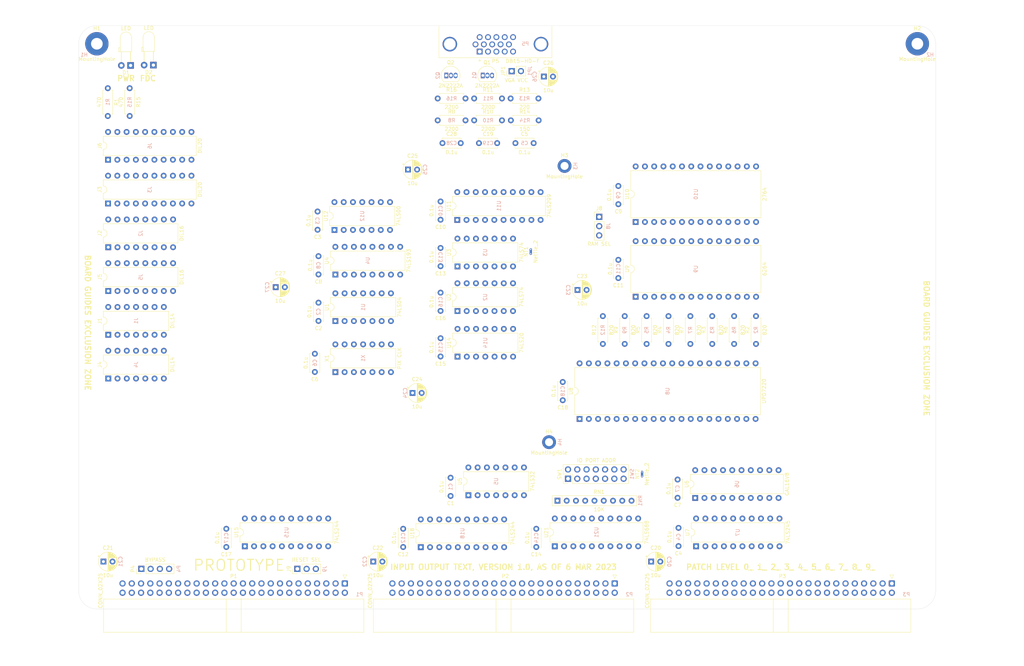
<source format=kicad_pcb>
(kicad_pcb (version 20211014) (generator pcbnew)
  (layers (0 "F.Cu" signal) (31 "B.Cu" signal) (34 "B.Paste" user) (35 "F.Paste" user) (36 "B.SilkS" user "B.Silkscreen") (37 "F.SilkS" user "F.Silkscreen") (38 "B.Mask" user) (39 "F.Mask" user) (44 "Edge.Cuts" user))
  (net 0 "")
  (net 1 "GND")
  (net 2 "VCC")
  (net 3 "Net-(D2-Pad1)")
  (net 4 "Net-(D2-Pad2)")
  (net 5 "/GDC-Text/AD11")
  (net 6 "Net-(RN1-Pad9)")
  (net 7 "Net-(RN1-Pad5)")
  (net 8 "Net-(RN1-Pad4)")
  (net 9 "Net-(RN1-Pad3)")
  (net 10 "Net-(RN1-Pad2)")
  (net 11 "Net-(D1-Pad2)")
  (net 12 "-12V")
  (net 13 "Net-(J8-Pad2)")
  (net 14 "/GDC-Text/~{WE_RAM}")
  (net 15 "/GDC-Text/VCC_VGA")
  (net 16 "/bus/~{INT0}")
  (net 17 "/bus/~{EIRQ7}")
  (net 18 "/bus/~{EIRQ6}")
  (net 19 "/bus/~{EIRQ5}")
  (net 20 "/bus/~{EIRQ4}")
  (net 21 "/bus/~{EIRQ3}")
  (net 22 "~{M1}")
  (net 23 "~{IORQ}")
  (net 24 "~{WR}")
  (net 25 "~{RD}")
  (net 26 "A0")
  (net 27 "A1")
  (net 28 "A2")
  (net 29 "A3")
  (net 30 "A4")
  (net 31 "A5")
  (net 32 "A6")
  (net 33 "A7")
  (net 34 "+12V")
  (net 35 "D0")
  (net 36 "D1")
  (net 37 "D2")
  (net 38 "D3")
  (net 39 "D4")
  (net 40 "D5")
  (net 41 "D6")
  (net 42 "D7")
  (net 43 "ONE")
  (net 44 "ZERO")
  (net 45 "bD6")
  (net 46 "bD5")
  (net 47 "bD4")
  (net 48 "bD3")
  (net 49 "bD2")
  (net 50 "bD1")
  (net 51 "bD0")
  (net 52 "~{bWR}")
  (net 53 "~{bRD}")
  (net 54 "bA0")
  (net 55 "bD7")
  (net 56 "~{bM1}")
  (net 57 "bA7")
  (net 58 "bA6")
  (net 59 "bA5")
  (net 60 "bA4")
  (net 61 "~{bIORQ}")
  (net 62 "bA1")
  (net 63 "bA2")
  (net 64 "bA3")
  (net 165 "/bus/D15")
  (net 166 "/bus/D31")
  (net 167 "/bus/D14")
  (net 168 "/bus/D30")
  (net 169 "/bus/D13")
  (net 170 "/bus/D29")
  (net 171 "/bus/D12")
  (net 172 "/bus/D28")
  (net 173 "/bus/D11")
  (net 174 "/bus/D27")
  (net 175 "/bus/D10")
  (net 176 "/bus/D26")
  (net 177 "/bus/D9")
  (net 178 "/bus/D25")
  (net 179 "/bus/D8")
  (net 180 "/bus/D24")
  (net 181 "/bus/D23")
  (net 182 "/bus/D22")
  (net 183 "/bus/D21")
  (net 184 "/bus/D20")
  (net 185 "/bus/D19")
  (net 186 "/bus/D18")
  (net 187 "/bus/D17")
  (net 188 "/bus/D16")
  (net 189 "/bus/~{BUSERR}")
  (net 190 "/bus/UDS")
  (net 191 "/bus/~{VPA}")
  (net 192 "/bus/LDS")
  (net 193 "/bus/~{VMA}")
  (net 194 "/bus/S2")
  (net 195 "/bus/~{BHE}")
  (net 196 "/bus/S1")
  (net 197 "/bus/IPL2")
  (net 198 "/bus/S0")
  (net 199 "/bus/IPL1")
  (net 200 "/bus/AUXCLK3")
  (net 201 "/bus/IPL0")
  (net 202 "/bus/AUXCLK2")
  (net 203 "/bus/A15")
  (net 204 "/bus/A31")
  (net 205 "/bus/A14")
  (net 206 "/bus/A30")
  (net 207 "/bus/A13")
  (net 208 "/bus/A29")
  (net 209 "/bus/A12")
  (net 210 "/bus/A28")
  (net 211 "/bus/A11")
  (net 212 "/bus/A27")
  (net 213 "/bus/A10")
  (net 214 "/bus/A26")
  (net 215 "/bus/A9")
  (net 216 "/bus/A25")
  (net 217 "/bus/A8")
  (net 218 "/bus/A24")
  (net 219 "/bus/A23")
  (net 220 "/bus/A22")
  (net 221 "/bus/A21")
  (net 222 "/bus/A20")
  (net 223 "/bus/A19")
  (net 224 "/bus/A18")
  (net 225 "/bus/A17")
  (net 226 "/bus/A16")
  (net 227 "/bus/IC3")
  (net 228 "/bus/~{EIRQ2}")
  (net 229 "/bus/IC2")
  (net 230 "/bus/~{EIRQ1}")
  (net 231 "/bus/IC1")
  (net 232 "/bus/~{EIRQ0}")
  (net 233 "/bus/IC0")
  (net 234 "/bus/~{TEND1}")
  (net 235 "/bus/AUXCLK1")
  (net 236 "/bus/AUXCLK0")
  (net 237 "/bus/E")
  (net 238 "/bus/ST")
  (net 239 "/bus/PHI")
  (net 240 "/bus/~{MREQ}")
  (net 241 "/bus/~{INT2}")
  (net 242 "/bus/~{INT1}")
  (net 243 "/bus/~{BUSACK}")
  (net 244 "/bus/CRUCLK")
  (net 245 "/bus/CLK")
  (net 246 "/bus/CRUOUT")
  (net 247 "/bus/CRUIN")
  (net 248 "/bus/~{NMI}")
  (net 249 "~{RES_IN}")
  (net 250 "~{RES_OUT}")
  (net 251 "/bus/USER8")
  (net 252 "/bus/~{BUSRQ}")
  (net 253 "/bus/USER7")
  (net 254 "/bus/~{WAIT}")
  (net 255 "/bus/USER6")
  (net 256 "/bus/~{HALT}")
  (net 257 "/bus/USER5")
  (net 258 "/bus/~{RFSH}")
  (net 259 "/bus/USER4")
  (net 260 "/bus/USER3")
  (net 261 "/bus/USER2")
  (net 262 "/bus/USER1")
  (net 263 "/bus/USER0")
  (net 264 "~{BAI}")
  (net 265 "~{BAO}")
  (net 266 "~{IEI}")
  (net 267 "~{IEO}")
  (net 268 "/bus/I2C_SCL")
  (net 269 "/bus/I2C_SDA")
  (net 270 "/bus/~{DREQ1}")
  (net 271 "/bus/~{TEND0}")
  (net 272 "/bus/~{DREQ0}")
  (net 273 "Net-(P5-Pad1)")
  (net 276 "/GDC-Text/H-Sync")
  (net 277 "/GDC-Text/V-Sync")
  (net 279 "Net-(Q1-Pad2)")
  (net 281 "Net-(Q2-Pad2)")
  (net 282 "/GDC-Text/AD0")
  (net 287 "/GDC-Text/MD0")
  (net 288 "/GDC-Text/AD2")
  (net 289 "/GDC-Text/MD2")
  (net 297 "Net-(J9-Pad2)")
  (net 298 "/GDC-Text/AD4")
  (net 299 "/GDC-Text/MD4")
  (net 300 "/GDC-Text/AD6")
  (net 301 "/GDC-Text/MD6")
  (net 302 "/GDC-Text/AD1")
  (net 303 "/GDC-Text/MD1")
  (net 304 "/GDC-Text/AD3")
  (net 305 "/GDC-Text/MD3")
  (net 306 "Net-(R8-Pad2)")
  (net 307 "/GDC-Text/AD5")
  (net 308 "/GDC-Text/MD5")
  (net 309 "Net-(R10-Pad2)")
  (net 310 "/GDC-Text/AD7")
  (net 311 "/GDC-Text/MD7")
  (net 312 "/GDC-Text/VGA_TTL")
  (net 313 "Net-(RN1-Pad6)")
  (net 314 "Net-(RN1-Pad7)")
  (net 315 "Net-(RN1-Pad8)")
  (net 316 "/GDC-Text/~{PIX-CLK}")
  (net 317 "/GDC-Text/PIX-CLK")
  (net 318 "/GDC-Text/HSYNC")
  (net 319 "/GDC-Text/VSYNC")
  (net 324 "/GDC-Text/2xWCLK")
  (net 325 "/GDC-Text/~{2xWCLK}")
  (net 326 "/GDC-Text/~{DBIN}")
  (net 327 "Net-(U2-Pad12)")
  (net 329 "Net-(U12-Pad13)")
  (net 332 "/GDC-Text/ALE")
  (net 333 "/GDC-Text/~{BLANK}")
  (net 334 "Net-(U12-Pad2)")
  (net 335 "Net-(U14-Pad10)")
  (net 336 "Net-(U11-Pad19)")
  (net 338 "Net-(U14-Pad8)")
  (net 339 "Net-(U14-Pad12)")
  (net 344 "~{CS_TEXT}")
  (net 345 "~{CS_TEXT_RD}")
  (net 346 "~{CS_TEXT_WR}")
  (net 368 "/GDC-Text/BLANK")
  (net 370 "/GDC-Text/AD8")
  (net 371 "/GDC-Text/AD9")
  (net 372 "/GDC-Text/AD10")
  (net 373 "/GDC-Text/AD12")
  (net 374 "/GDC-Text/AD13")
  (net 375 "/GDC-Text/AD14")
  (net 376 "/GDC-Text/AD15")
  (net 377 "/GDC-Text/A16")
  (net 378 "/GDC-Text/A17")
  (net 380 "/GDC-Text/~{OE_RAM}")
  (net 381 "/GDC-Text/CD0")
  (net 382 "/GDC-Text/CD1")
  (net 383 "/GDC-Text/CD2")
  (net 384 "/GDC-Text/CD3")
  (net 385 "/GDC-Text/CD4")
  (net 386 "/GDC-Text/CD5")
  (net 387 "/GDC-Text/CD6")
  (net 388 "/GDC-Text/CD7")
  (footprint "MountingHole:MountingHole_3.2mm_M3_Pad" (layer "F.Cu") (at 265 75)
    (fp_text reference "H2")
    (fp_text value "MountingHole")
  )
  (footprint "MountingHole:MountingHole_3.2mm_M3_Pad" (layer "F.Cu") (at 40 75)
    (fp_text reference "H1")
    (fp_text value "MountingHole")
  )
  (footprint "Connector_IDC:IDC-Header_2x25_P2.54mm_Horizontal" (layer "F.Cu") (at 182 223 -90)
    (fp_text reference "P2")
    (fp_text value "CONN_02X25")
  )
  (footprint "Connector_IDC:IDC-Header_2x25_P2.54mm_Horizontal" (layer "F.Cu") (at 258 223 -90)
    (fp_text reference "P3")
    (fp_text value "CONN_02X25")
  )
  (footprint "Connector_IDC:IDC-Header_2x25_P2.54mm_Horizontal" (layer "F.Cu") (at 108 223 -90)
    (fp_text reference "P1")
    (fp_text value "CONN_02X25")
  )
  (footprint "Capacitor_THT:C_Disc_D5.0mm_W2.5mm_P5.00mm" (layer "F.Cu") (at 134.25 143.25 -90)
    (fp_text reference "C16")
    (fp_text value "0.1u")
  )
  (footprint "Package_DIP:DIP-40_W15.24mm" (layer "F.Cu") (at 172.375 177.875 90)
    (fp_text reference "U8")
    (fp_text value "UPD7220")
  )
  (footprint "Connector_Dsub:DSUB-15-HD_Female_Horizontal_P2.29x1.98mm_EdgePinOffset3.03mm_Housed_MountingHolesOffset4.94mm" (layer "F.Cu") (at 144.975 77.150331 180)
    (fp_text reference "P5")
    (fp_text value "DB15-HD-F")
  )
  (footprint "Resistor_THT:R_Axial_DIN0207_L6.3mm_D2.5mm_P7.62mm_Horizontal" (layer "F.Cu") (at 208.75 157.31 90)
    (fp_text reference "R3")
    (fp_text value "820")
  )
  (footprint "Package_DIP:DIP-14_W7.62mm" (layer "F.Cu") (at 105.4 165.05 90)
    (fp_text reference "X1")
    (fp_text value "PIX CLK")
  )
  (footprint "Package_DIP:DIP-16_W7.62mm" (layer "F.Cu") (at 43.125 130.8 90)
    (fp_text reference "J2")
    (fp_text value "DIL16")
  )
  (footprint "Capacitor_THT:CP_Radial_D5.0mm_P2.50mm" (layer "F.Cu") (at 115.794888 217)
    (fp_text reference "C22")
    (fp_text value "10u")
  )
  (footprint "Capacitor_THT:C_Disc_D5.0mm_W2.5mm_P5.00mm" (layer "F.Cu") (at 134.25 118.25 -90)
    (fp_text reference "C10")
    (fp_text value "0.1u")
  )
  (footprint "Resistor_THT:R_Axial_DIN0207_L6.3mm_D2.5mm_P7.62mm_Horizontal" (layer "F.Cu") (at 196.75 157.31 90)
    (fp_text reference "R4")
    (fp_text value "820")
  )
  (footprint "LED_THT:LED_D3.0mm_Horizontal_O3.81mm_Z2.0mm" (layer "F.Cu") (at 49.25 80.95 180)
    (fp_text reference "D1")
    (fp_text value "LED")
  )
  (footprint "Resistor_THT:R_Axial_DIN0207_L6.3mm_D2.5mm_P7.62mm_Horizontal" (layer "F.Cu") (at 190.75 157.31 90)
    (fp_text reference "R5")
    (fp_text value "820")
  )
  (footprint "Capacitor_THT:C_Disc_D5.0mm_W2.5mm_P5.00mm" (layer "F.Cu") (at 160.5 208 -90)
    (fp_text reference "C14")
    (fp_text value "0.1u")
  )
  (footprint "Resistor_THT:R_Axial_DIN0207_L6.3mm_D2.5mm_P7.62mm_Horizontal" (layer "F.Cu") (at 133.465 96)
    (fp_text reference "R8")
    (fp_text value "2200")
  )
  (footprint "Resistor_THT:R_Axial_DIN0207_L6.3mm_D2.5mm_P7.62mm_Horizontal" (layer "F.Cu") (at 178.75 157.31 90)
    (fp_text reference "R12")
    (fp_text value "820")
  )
  (footprint "Capacitor_THT:CP_Radial_D5.0mm_P2.50mm" (layer "F.Cu") (at 192 217)
    (fp_text reference "C20")
    (fp_text value "10u")
  )
  (footprint "Resistor_THT:R_Axial_DIN0207_L6.3mm_D2.5mm_P7.62mm_Horizontal" (layer "F.Cu") (at 143.465 90)
    (fp_text reference "R11")
    (fp_text value "2200")
  )
  (footprint "Capacitor_THT:C_Disc_D5.0mm_W2.5mm_P5.00mm" (layer "F.Cu") (at 199.25 194.5 -90)
    (fp_text reference "C7")
    (fp_text value "0.1u")
  )
  (footprint "Capacitor_THT:CP_Radial_D5.0mm_P2.50mm" (layer "F.Cu") (at 89.044888 141.75)
    (fp_text reference "C27")
    (fp_text value "10u")
  )
  (footprint "Package_DIP:DIP-16_W7.62mm" (layer "F.Cu") (at 43.125 142.8 90)
    (fp_text reference "J5")
    (fp_text value "DIL16")
  )
  (footprint "Package_DIP:DIP-20_W7.62mm" (layer "F.Cu") (at 165.575 212.8 90)
    (fp_text reference "U21")
    (fp_text value "74LS688")
  )
  (footprint "Capacitor_THT:C_Disc_D5.0mm_W2.5mm_P5.00mm" (layer "F.Cu") (at 167.75 167.75 -90)
    (fp_text reference "C18")
    (fp_text value "0.1u")
  )
  (footprint "Connector_PinHeader_2.54mm:PinHeader_1x02_P2.54mm_Vertical" (layer "F.Cu") (at 153.75 82.5 90)
    (fp_text reference "JP1")
    (fp_text value "VGA VCC")
  )
  (footprint "Capacitor_THT:C_Disc_D5.0mm_W2.5mm_P5.00mm" (layer "F.Cu") (at 183 114 -90)
    (fp_text reference "C9")
    (fp_text value "0.1u")
  )
  (footprint "Capacitor_THT:C_Disc_D5.0mm_W2.5mm_P5.00mm" (layer "F.Cu") (at 134.25 155.75 -90)
    (fp_text reference "C15")
    (fp_text value "0.1u")
  )
  (footprint "MountingHole:MountingHole_2.2mm_M2_DIN965_Pad" (layer "F.Cu") (at 164 184.25)
    (fp_text reference "H4")
    (fp_text value "MountingHole")
  )
  (footprint "LED_THT:LED_D3.0mm_Horizontal_O3.81mm_Z2.0mm" (layer "F.Cu") (at 55.5 80.85 180)
    (fp_text reference "D2")
    (fp_text value "LED")
  )
  (footprint "Connector_PinHeader_2.54mm:PinHeader_1x03_P2.54mm_Vertical" (layer "F.Cu") (at 94.975 219 90)
    (fp_text reference "J9")
    (fp_text value "RESET SEL")
  )
  (footprint "Resistor_THT:R_Axial_DIN0207_L6.3mm_D2.5mm_P7.62mm_Horizontal" (layer "F.Cu") (at 43 87.19 -90)
    (fp_text reference "R1")
    (fp_text value "470")
  )
  (footprint "Package_DIP:DIP-20_W7.62mm" (layer "F.Cu") (at 128.825 213.05 90)
    (fp_text reference "U18")
    (fp_text value "74LS244")
  )
  (footprint "Package_DIP:DIP-14_W7.62mm" (layer "F.Cu") (at 105.4 151.05 90)
    (fp_text reference "U1")
    (fp_text value "74LS04")
  )
  (footprint "Package_DIP:DIP-14_W7.62mm" (layer "F.Cu") (at 138.9 160.8 90)
    (fp_text reference "U14")
    (fp_text value "74LS20")
  )
  (footprint "Package_DIP:DIP-20_W7.62mm" (layer "F.Cu") (at 204.075 199.55 90)
    (fp_text reference "U6")
    (fp_text value "GAL16V8")
  )
  (footprint "Package_DIP:DIP-14_W7.62mm" (layer "F.Cu") (at 141.875 198.8 90)
    (fp_text reference "U5")
    (fp_text value "74LS32")
  )
  (footprint "Package_DIP:DIP-16_W7.62mm" (layer "F.Cu") (at 105.4 138.3 90)
    (fp_text reference "U4")
    (fp_text value "74LS193")
  )
  (footprint "Resistor_THT:R_Axial_DIN0207_L6.3mm_D2.5mm_P7.62mm_Horizontal" (layer "F.Cu") (at 49 87.19 -90)
    (fp_text reference "R15")
    (fp_text value "470")
  )
  (footprint "Resistor_THT:R_Axial_DIN0207_L6.3mm_D2.5mm_P7.62mm_Horizontal" (layer "F.Cu") (at 153.465 90)
    (fp_text reference "R13")
    (fp_text value "220")
  )
  (footprint "Capacitor_THT:CP_Radial_D5.0mm_P2.50mm" (layer "F.Cu") (at 171.794888 142.5)
    (fp_text reference "C23")
    (fp_text value "10u")
  )
  (footprint "Resistor_THT:R_Axial_DIN0207_L6.3mm_D2.5mm_P7.62mm_Horizontal" (layer "F.Cu") (at 184.75 157.31 90)
    (fp_text reference "R9")
    (fp_text value "820")
  )
  (footprint "Resistor_THT:R_Axial_DIN0207_L6.3mm_D2.5mm_P7.62mm_Horizontal" (layer "F.Cu") (at 202.75 157.31 90)
    (fp_text reference "R7")
    (fp_text value "820")
  )
  (footprint "Capacitor_THT:CP_Radial_D5.0mm_P2.50mm" (layer "F.Cu") (at 41.794888 217)
    (fp_text reference "C21")
    (fp_text value "10u")
  )
  (footprint "Package_DIP:DIP-28_W15.24mm" (layer "F.Cu") (at 187.75 144.375 90)
    (fp_text reference "U9")
    (fp_text value "6264")
  )
  (footprint "Capacitor_THT:C_Disc_D5.0mm_W2.5mm_P5.00mm" (layer "F.Cu") (at 124 208 -90)
    (fp_text reference "C12")
    (fp_text value "0.1u")
  )
  (footprint "Package_DIP:DIP-28_W15.24mm" (layer "F.Cu") (at 187.75 123.875 90)
    (fp_text reference "U10")
    (fp_text value "2764")
  )
  (footprint "Capacitor_THT:C_Disc_D5.0mm_W2.5mm_P5.00mm" (layer "F.Cu") (at 144.775 102.25)
    (fp_text reference "C19")
    (fp_text value "0.1u")
  )
  (footprint "NetTie:NetTie-2_THT_Pad0.3mm" (layer "F.Cu") (at 159 132.6 90)
    (fp_text reference "NT1")
    (fp_text value "NetTie_2")
  )
  (footprint "Resistor_THT:R_Axial_DIN0207_L6.3mm_D2.5mm_P7.62mm_Horizontal" (layer "F.Cu") (at 133.465 90)
    (fp_text reference "R16")
    (fp_text value "2200")
  )
  (footprint "Resistor_THT:R_Axial_DIN0207_L6.3mm_D2.5mm_P7.62mm_Horizontal" (layer "F.Cu") (at 214.75 157.31 90)
    (fp_text reference "R6")
    (fp_text value "820")
  )
  (footprint "Capacitor_THT:CP_Radial_D5.0mm_P2.50mm" (layer "F.Cu") (at 126.569888 170.75)
    (fp_text reference "C24")
    (fp_text value "10u")
  )
  (footprint "Package_DIP:DIP-20_W7.62mm" (layer "F.Cu") (at 43.075 118.8 90)
    (fp_text reference "J3")
    (fp_text value "DIL20")
  )
  (footprint "Connector_PinHeader_2.54mm:PinHeader_1x04_P2.54mm_Vertical" (layer "F.Cu") (at 52.2 219 90)
    (fp_text reference "P4")
    (fp_text value "BYPASS")
  )
  (footprint "Resistor_THT:R_Axial_DIN0207_L6.3mm_D2.5mm_P7.62mm_Horizontal" (layer "F.Cu") (at 220.75 157.31 90)
    (fp_text reference "R2")
    (fp_text value "820")
  )
  (footprint "Connector_PinHeader_2.54mm:PinHeader_2x07_P2.54mm_Vertical" (layer "F.Cu") (at 169.2 194.275 90)
    (fp_text reference "SW1")
    (fp_text value "IO PORT ADDR")
  )
  (footprint "Package_DIP:DIP-14_W7.62mm" (layer "F.Cu") (at 43.125 154.8 90)
    (fp_text reference "J1")
    (fp_text value "DIL14")
  )
  (footprint "Resistor_THT:R_Axial_DIN0207_L6.3mm_D2.5mm_P7.62mm_Horizontal" (layer "F.Cu") (at 143.465 96)
    (fp_text reference "R10")
    (fp_text value "2200")
  )
  (footprint "Capacitor_THT:CP_Radial_D5.0mm_P2.50mm" (layer "F.Cu") (at 125.319888 109.5)
    (fp_text reference "C25")
    (fp_text value "10u")
  )
  (footprint "Capacitor_THT:C_Disc_D5.0mm_W2.5mm_P5.00mm" (layer "F.Cu") (at 134.25 131 -90)
    (fp_text reference "C13")
    (fp_text value "0.1u")
  )
  (footprint "Package_DIP:DIP-20_W7.62mm" (layer "F.Cu") (at 43.075 106.8 90)
    (fp_text reference "J6")
    (fp_text value "DIL20")
  )
  (footprint "MountingHole:MountingHole_2.2mm_M2_DIN965_Pad" (layer "F.Cu") (at 168.25 108.5)
    (fp_text reference "H3")
    (fp_text value "MountingHole")
  )
  (footprint "Capacitor_THT:C_Disc_D5.0mm_W2.5mm_P5.00mm" (layer "F.Cu") (at 100.525 121 -90)
    (fp_text reference "C3")
    (fp_text value "0.1u")
  )
  (footprint "Package_DIP:DIP-20_W7.62mm" (layer "F.Cu") (at 204.325 212.8 90)
    (fp_text reference "U7")
    (fp_text value "74LS245")
  )
  (footprint "Package_DIP:DIP-14_W7.62mm" (layer "F.Cu") (at 43.125 166.8 90)
    (fp_text reference "J4")
    (fp_text value "DIL14")
  )
  (footprint "Capacitor_THT:C_Disc_D5.0mm_W2.5mm_P5.00mm" (layer "F.Cu") (at 75.5 208 -90)
    (fp_text reference "C17")
    (fp_text value "0.1u")
  )
  (footprint "NetTie:NetTie-2_THT_Pad0.3mm" (layer "F.Cu") (at 189.5 193.6 90)
    (fp_text reference "NT2")
    (fp_text value "NetTie_2")
  )
  (footprint "Capacitor_THT:CP_Radial_D5.0mm_P2.50mm" (layer "F.Cu") (at 162.569888 84)
    (fp_text reference "C26")
    (fp_text value "10u")
  )
  (footprint "Package_DIP:DIP-14_W7.62mm" (layer "F.Cu") (at 138.875 148.3 90)
    (fp_text reference "U2")
    (fp_text value "74LS74")
  )
  (footprint "Capacitor_THT:C_Disc_D5.0mm_W2.5mm_P5.00mm" (layer "F.Cu") (at 137 194 -90)
    (fp_text reference "C1")
    (fp_text value "0.1u")
  )
  (footprint "Capacitor_THT:C_Disc_D5.0mm_W2.5mm_P5.00mm" (layer "F.Cu") (at 199.5 207.75 -90)
    (fp_text reference "C4")
    (fp_text value "0.1u")
  )
  (footprint "Capacitor_THT:C_Disc_D5.0mm_W2.5mm_P5.00mm" (layer "F.Cu") (at 100.775 146 -90)
    (fp_text reference "C2")
    (fp_text value "0.1u")
  )
  (footprint "Connector_PinHeader_2.54mm:PinHeader_1x03_P2.54mm_Vertical" (layer "F.Cu") (at 177.75 122.475)
    (fp_text reference "J8")
    (fp_text value "RAM SEL")
  )
  (footprint "Package_DIP:DIP-20_W7.62mm" (layer "F.Cu") (at 138.825 123.3 90)
    (fp_text reference "U11")
    (fp_text value "74LS299")
  )
  (footprint "Package_DIP:DIP-20_W7.62mm" (layer "F.Cu") (at 80.575 212.8 90)
    (fp_text reference "U15")
    (fp_text value "74LS244")
  )
  (footprint "Capacitor_THT:C_Disc_D5.0mm_W2.5mm_P5.00mm" (layer "F.Cu") (at 154.775 102.25)
    (fp_text reference "C5")
    (fp_text value "0.1u")
  )
  (footprint "Package_DIP:DIP-14_W7.62mm" (layer "F.Cu") (at 138.875 136.05 90)
    (fp_text reference "U3")
    (fp_text value "74LS74")
  )
  (footprint "Package_TO_SOT_THT:TO-92L_Inline" (layer "F.Cu") (at 135.825 83.7)
    (fp_text reference "Q2")
    (fp_text value "2N2222A")
  )
  (footprint "Resistor_THT:R_Axial_DIN0207_L6.3mm_D2.5mm_P7.62mm_Horizontal" (layer "F.Cu") (at 153.525 96)
    (fp_text reference "R14")
    (fp_text value "150")
  )
  (footprint "Package_TO_SOT_THT:TO-92L_Inline" (layer "F.Cu") (at 145.825 83.7)
    (fp_text reference "Q1")
    (fp_text value "2N2222A")
  )
  (footprint "Capacitor_THT:C_Disc_D5.0mm_W2.5mm_P5.00mm" (layer "F.Cu") (at 134.775 102.25)
    (fp_text reference "C28")
    (fp_text value "0.1u")
  )
  (footprint "Capacitor_THT:C_Disc_D5.0mm_W2.5mm_P5.00mm" (layer "F.Cu") (at 99.775 160 -90)
    (fp_text reference "C6")
    (fp_text value "0.1u")
  )
  (footprint "Resistor_THT:R_Array_SIP9" (layer "F.Cu") (at 166.295 200.305)
    (fp_text reference "RN1")
    (fp_text value "10K")
  )
  (footprint "Capacitor_THT:C_Disc_D5.0mm_W2.5mm_P5.00mm" (layer "F.Cu") (at 100.775 133.25 -90)
    (fp_text reference "C8")
    (fp_text value "0.1u")
  )
  (footprint "Package_DIP:DIP-14_W7.62mm" (layer "F.Cu") (at 105.15 126.05 90)
    (fp_text reference "U12")
    (fp_text value "74LS00")
  )
  (footprint "Capacitor_THT:C_Disc_D5.0mm_W2.5mm_P5.00mm" (layer "F.Cu") (at 183 134.25 -90)
    (fp_text reference "C11")
    (fp_text value "0.1u")
  )
  (gr_line (start 35 75) (end 35 225) (layer "Edge.Cuts") (width 0.05))
  (gr_line (start 40 230) (end 265 230) (layer "Edge.Cuts") (width 0.05))
  (gr_line (start 270 225) (end 270 75) (layer "Edge.Cuts") (width 0.05))
  (gr_line (start 265 70) (end 40 70) (layer "Edge.Cuts") (width 0.05))
  (gr_arc (start 265 70) (mid 268.535534 71.464466) (end 270 75) (layer "Edge.Cuts") (width 0.05))
  (gr_arc (start 40 230) (mid 36.464466 228.535534) (end 35 225) (layer "Edge.Cuts") (width 0.05))
  (gr_arc (start 35 75) (mid 36.464466 71.464466) (end 40 70) (layer "Edge.Cuts") (width 0.05))
  (gr_arc (start 270 225) (mid 268.535534 228.535534) (end 265 230) (layer "Edge.Cuts") (width 0.05))
  (gr_text "BOARD GUIDES EXCLUSION ZONE" (at 267.5 158.5 270) (layer "F.SilkS") (effects (font (size 1.5 1.5) (thickness 0.3))))
  (gr_text "BOARD GUIDES EXCLUSION ZONE" (at 37.5 151.5 270) (layer "F.SilkS") (effects (font (size 1.5 1.5) (thickness 0.3))))
  (gr_text "INPUT OUTPUT TEXT, VERSION 1.0, AS OF 6 MAR 2023" (at 151.5 218.5) (layer "F.SilkS") (effects (font (size 1.5 1.5) (thickness 0.3))))
  (gr_text "PROTOTYPE" (at 79 218) (layer "F.SilkS") (effects (font (size 3 3) (thickness 0.3))))
  (gr_text "PWR" (at 48 84.5) (layer "F.SilkS") (effects (font (size 1.5 1.5) (thickness 0.3))))
  (gr_text "PATCH LEVEL 0_ 1_ 2_ 3_ 4_ 5_ 6_ 7_ 8_ 9_" (at 227.5 218.5) (layer "F.SilkS") (effects (font (size 1.5 1.5) (thickness 0.3))))
  (gr_text "FDC" (at 54 84.5) (layer "F.SilkS") (effects (font (size 1.5 1.5) (thickness 0.3))))
)
</source>
